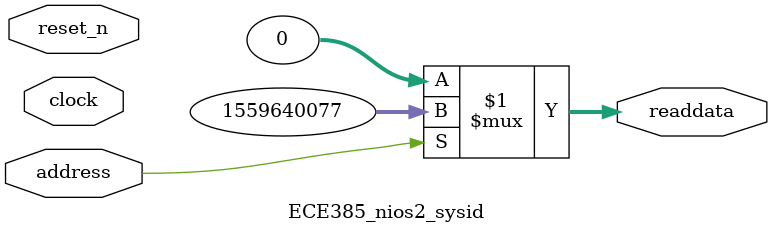
<source format=v>



// synthesis translate_off
`timescale 1ns / 1ps
// synthesis translate_on

// turn off superfluous verilog processor warnings 
// altera message_level Level1 
// altera message_off 10034 10035 10036 10037 10230 10240 10030 

module ECE385_nios2_sysid (
               // inputs:
                address,
                clock,
                reset_n,

               // outputs:
                readdata
             )
;

  output  [ 31: 0] readdata;
  input            address;
  input            clock;
  input            reset_n;

  wire    [ 31: 0] readdata;
  //control_slave, which is an e_avalon_slave
  assign readdata = address ? 1559640077 : 0;

endmodule



</source>
